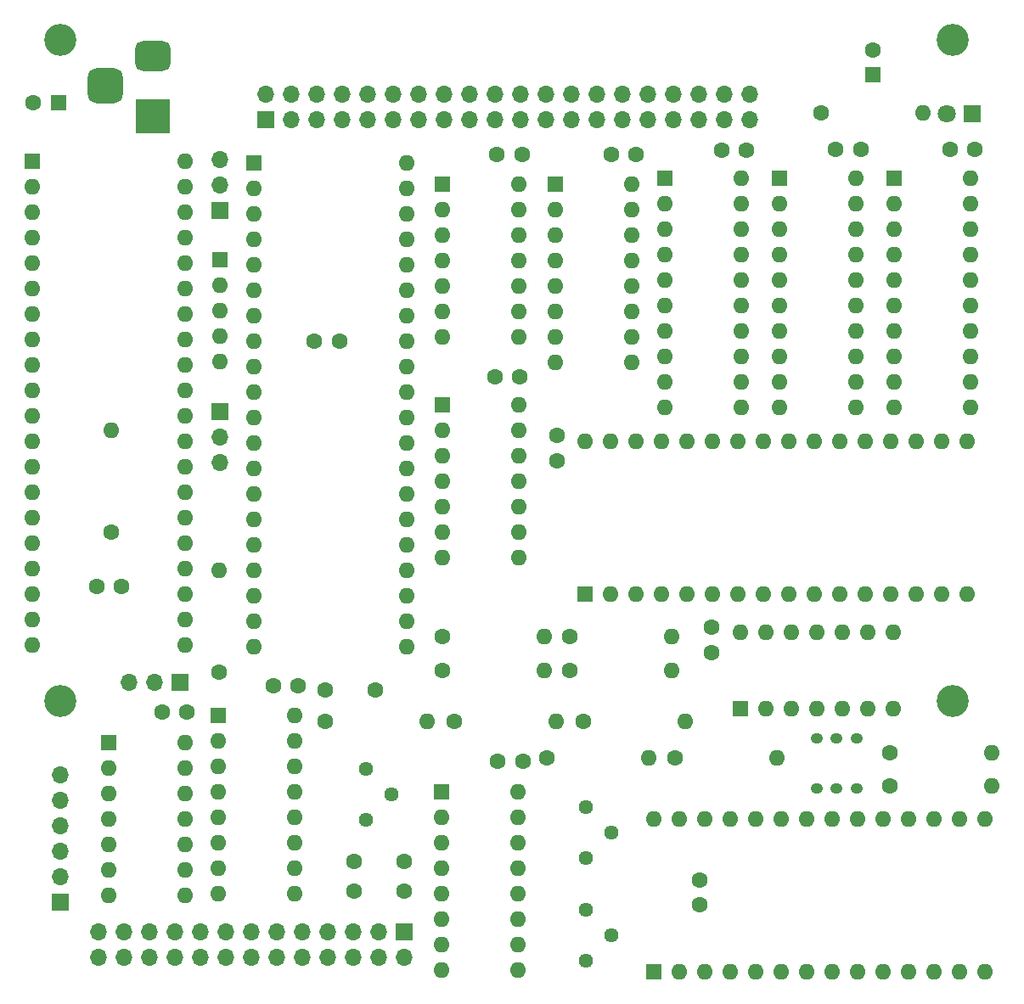
<source format=gts>
G04 #@! TF.GenerationSoftware,KiCad,Pcbnew,9.0.0*
G04 #@! TF.CreationDate,2025-04-04T21:25:27+09:00*
G04 #@! TF.ProjectId,K68-CPUB,4b36382d-4350-4554-922e-6b696361645f,rev?*
G04 #@! TF.SameCoordinates,PX5f5e100PY8f0d180*
G04 #@! TF.FileFunction,Soldermask,Top*
G04 #@! TF.FilePolarity,Negative*
%FSLAX46Y46*%
G04 Gerber Fmt 4.6, Leading zero omitted, Abs format (unit mm)*
G04 Created by KiCad (PCBNEW 9.0.0) date 2025-04-04 21:25:27*
%MOMM*%
%LPD*%
G01*
G04 APERTURE LIST*
G04 Aperture macros list*
%AMRoundRect*
0 Rectangle with rounded corners*
0 $1 Rounding radius*
0 $2 $3 $4 $5 $6 $7 $8 $9 X,Y pos of 4 corners*
0 Add a 4 corners polygon primitive as box body*
4,1,4,$2,$3,$4,$5,$6,$7,$8,$9,$2,$3,0*
0 Add four circle primitives for the rounded corners*
1,1,$1+$1,$2,$3*
1,1,$1+$1,$4,$5*
1,1,$1+$1,$6,$7*
1,1,$1+$1,$8,$9*
0 Add four rect primitives between the rounded corners*
20,1,$1+$1,$2,$3,$4,$5,0*
20,1,$1+$1,$4,$5,$6,$7,0*
20,1,$1+$1,$6,$7,$8,$9,0*
20,1,$1+$1,$8,$9,$2,$3,0*%
G04 Aperture macros list end*
%ADD10C,1.600000*%
%ADD11R,1.600000X1.600000*%
%ADD12R,1.700000X1.700000*%
%ADD13O,1.700000X1.700000*%
%ADD14C,3.200000*%
%ADD15O,1.600000X1.600000*%
%ADD16C,1.440000*%
%ADD17O,1.200000X1.100000*%
%ADD18R,1.800000X1.800000*%
%ADD19C,1.800000*%
%ADD20R,3.500000X3.500000*%
%ADD21RoundRect,0.750000X-1.000000X0.750000X-1.000000X-0.750000X1.000000X-0.750000X1.000000X0.750000X0*%
%ADD22RoundRect,0.875000X-0.875000X0.875000X-0.875000X-0.875000X0.875000X-0.875000X0.875000X0.875000X0*%
G04 APERTURE END LIST*
D10*
X34800000Y13500000D03*
X39800000Y13500000D03*
X49100000Y23500000D03*
X51600000Y23500000D03*
X70400000Y34400000D03*
X70400000Y36900000D03*
X34800000Y10600000D03*
X39800000Y10600000D03*
X33300000Y65400000D03*
X30800000Y65400000D03*
X15600000Y28400000D03*
X18100000Y28400000D03*
X31900000Y30600000D03*
X36900000Y30600000D03*
X26700000Y31100000D03*
X29200000Y31100000D03*
X9100000Y41000000D03*
X11600000Y41000000D03*
X69200000Y9200000D03*
X69200000Y11700000D03*
D11*
X86500000Y92000000D03*
D10*
X86500000Y94500000D03*
X55000000Y53500000D03*
X55000000Y56000000D03*
D12*
X39800000Y6500000D03*
D13*
X39800000Y3960000D03*
X37260000Y6500000D03*
X37260000Y3960000D03*
X34720000Y6500000D03*
X34720000Y3960000D03*
X32180000Y6500000D03*
X32180000Y3960000D03*
X29640000Y6500000D03*
X29640000Y3960000D03*
X27100000Y6500000D03*
X27100000Y3960000D03*
X24560000Y6500000D03*
X24560000Y3960000D03*
X22020000Y6500000D03*
X22020000Y3960000D03*
X19480000Y6500000D03*
X19480000Y3960000D03*
X16940000Y6500000D03*
X16940000Y3960000D03*
X14400000Y6500000D03*
X14400000Y3960000D03*
X11860000Y6500000D03*
X11860000Y3960000D03*
X9320000Y6500000D03*
X9320000Y3960000D03*
D12*
X5500000Y9500000D03*
D13*
X5500000Y12040000D03*
X5500000Y14580000D03*
X5500000Y17120000D03*
X5500000Y19660000D03*
X5500000Y22200000D03*
D14*
X5500000Y95500000D03*
X94500000Y95500000D03*
D10*
X57600000Y27500000D03*
D15*
X67760000Y27500000D03*
D10*
X66800000Y23900000D03*
D15*
X76960000Y23900000D03*
D10*
X54000000Y23900000D03*
D15*
X64160000Y23900000D03*
D10*
X88200000Y21100000D03*
D15*
X98360000Y21100000D03*
D10*
X88200000Y24400000D03*
D15*
X98360000Y24400000D03*
D10*
X43600000Y32600000D03*
D15*
X53760000Y32600000D03*
D10*
X43600000Y36000000D03*
D15*
X53760000Y36000000D03*
D10*
X56300000Y36000000D03*
D15*
X66460000Y36000000D03*
D10*
X56300000Y32600000D03*
D15*
X66460000Y32600000D03*
D10*
X31900000Y27500000D03*
D15*
X42060000Y27500000D03*
D10*
X44800000Y27500000D03*
D15*
X54960000Y27500000D03*
D10*
X21300000Y32400000D03*
D15*
X21300000Y42560000D03*
D11*
X21400000Y73600000D03*
D15*
X21400000Y71060000D03*
X21400000Y68520000D03*
X21400000Y65980000D03*
X21400000Y63440000D03*
D16*
X57900000Y13900000D03*
X60440000Y16440000D03*
X57900000Y18980000D03*
X57900000Y3600000D03*
X60440000Y6140000D03*
X57900000Y8680000D03*
X36000000Y17700000D03*
X38540000Y20240000D03*
X36000000Y22780000D03*
D11*
X43500000Y20500000D03*
D15*
X43500000Y17960000D03*
X43500000Y15420000D03*
X43500000Y12880000D03*
X43500000Y10340000D03*
X43500000Y7800000D03*
X43500000Y5260000D03*
X43500000Y2720000D03*
X51120000Y2720000D03*
X51120000Y5260000D03*
X51120000Y7800000D03*
X51120000Y10340000D03*
X51120000Y12880000D03*
X51120000Y15420000D03*
X51120000Y17960000D03*
X51120000Y20500000D03*
D11*
X73300000Y28800000D03*
D15*
X75840000Y28800000D03*
X78380000Y28800000D03*
X80920000Y28800000D03*
X83460000Y28800000D03*
X86000000Y28800000D03*
X88540000Y28800000D03*
X88540000Y36420000D03*
X86000000Y36420000D03*
X83460000Y36420000D03*
X80920000Y36420000D03*
X78380000Y36420000D03*
X75840000Y36420000D03*
X73300000Y36420000D03*
D11*
X43600000Y59100000D03*
D15*
X43600000Y56560000D03*
X43600000Y54020000D03*
X43600000Y51480000D03*
X43600000Y48940000D03*
X43600000Y46400000D03*
X43600000Y43860000D03*
X51220000Y43860000D03*
X51220000Y46400000D03*
X51220000Y48940000D03*
X51220000Y51480000D03*
X51220000Y54020000D03*
X51220000Y56560000D03*
X51220000Y59100000D03*
D11*
X10300000Y25400000D03*
D15*
X10300000Y22860000D03*
X10300000Y20320000D03*
X10300000Y17780000D03*
X10300000Y15240000D03*
X10300000Y12700000D03*
X10300000Y10160000D03*
X17920000Y10160000D03*
X17920000Y12700000D03*
X17920000Y15240000D03*
X17920000Y17780000D03*
X17920000Y20320000D03*
X17920000Y22860000D03*
X17920000Y25400000D03*
D11*
X21200000Y28100000D03*
D15*
X21200000Y25560000D03*
X21200000Y23020000D03*
X21200000Y20480000D03*
X21200000Y17940000D03*
X21200000Y15400000D03*
X21200000Y12860000D03*
X21200000Y10320000D03*
X28820000Y10320000D03*
X28820000Y12860000D03*
X28820000Y15400000D03*
X28820000Y17940000D03*
X28820000Y20480000D03*
X28820000Y23020000D03*
X28820000Y25560000D03*
X28820000Y28100000D03*
D11*
X64700000Y2500000D03*
D15*
X67240000Y2500000D03*
X69780000Y2500000D03*
X72320000Y2500000D03*
X74860000Y2500000D03*
X77400000Y2500000D03*
X79940000Y2500000D03*
X82480000Y2500000D03*
X85020000Y2500000D03*
X87560000Y2500000D03*
X90100000Y2500000D03*
X92640000Y2500000D03*
X95180000Y2500000D03*
X97720000Y2500000D03*
X97720000Y17740000D03*
X95180000Y17740000D03*
X92640000Y17740000D03*
X90100000Y17740000D03*
X87560000Y17740000D03*
X85020000Y17740000D03*
X82480000Y17740000D03*
X79940000Y17740000D03*
X77400000Y17740000D03*
X74860000Y17740000D03*
X72320000Y17740000D03*
X69780000Y17740000D03*
X67240000Y17740000D03*
X64700000Y17740000D03*
D11*
X57800000Y40200000D03*
D15*
X60340000Y40200000D03*
X62880000Y40200000D03*
X65420000Y40200000D03*
X67960000Y40200000D03*
X70500000Y40200000D03*
X73040000Y40200000D03*
X75580000Y40200000D03*
X78120000Y40200000D03*
X80660000Y40200000D03*
X83200000Y40200000D03*
X85740000Y40200000D03*
X88280000Y40200000D03*
X90820000Y40200000D03*
X93360000Y40200000D03*
X95900000Y40200000D03*
X95900000Y55440000D03*
X93360000Y55440000D03*
X90820000Y55440000D03*
X88280000Y55440000D03*
X85740000Y55440000D03*
X83200000Y55440000D03*
X80660000Y55440000D03*
X78120000Y55440000D03*
X75580000Y55440000D03*
X73040000Y55440000D03*
X70500000Y55440000D03*
X67960000Y55440000D03*
X65420000Y55440000D03*
X62880000Y55440000D03*
X60340000Y55440000D03*
X57800000Y55440000D03*
D17*
X80900000Y25800000D03*
X82900000Y25800000D03*
X84900000Y25800000D03*
X80900000Y20800000D03*
X82900000Y20800000D03*
X84900000Y20800000D03*
D14*
X94500000Y29500000D03*
X5500000Y29500000D03*
D11*
X24800000Y83200000D03*
D15*
X24800000Y80660000D03*
X24800000Y78120000D03*
X24800000Y75580000D03*
X24800000Y73040000D03*
X24800000Y70500000D03*
X24800000Y67960000D03*
X24800000Y65420000D03*
X24800000Y62880000D03*
X24800000Y60340000D03*
X24800000Y57800000D03*
X24800000Y55260000D03*
X24800000Y52720000D03*
X24800000Y50180000D03*
X24800000Y47640000D03*
X24800000Y45100000D03*
X24800000Y42560000D03*
X24800000Y40020000D03*
X24800000Y37480000D03*
X24800000Y34940000D03*
X40040000Y34940000D03*
X40040000Y37480000D03*
X40040000Y40020000D03*
X40040000Y42560000D03*
X40040000Y45100000D03*
X40040000Y47640000D03*
X40040000Y50180000D03*
X40040000Y52720000D03*
X40040000Y55260000D03*
X40040000Y57800000D03*
X40040000Y60340000D03*
X40040000Y62880000D03*
X40040000Y65420000D03*
X40040000Y67960000D03*
X40040000Y70500000D03*
X40040000Y73040000D03*
X40040000Y75580000D03*
X40040000Y78120000D03*
X40040000Y80660000D03*
X40040000Y83200000D03*
D12*
X26000000Y87500000D03*
D13*
X26000000Y90040000D03*
X28540000Y87500000D03*
X28540000Y90040000D03*
X31080000Y87500000D03*
X31080000Y90040000D03*
X33620000Y87500000D03*
X33620000Y90040000D03*
X36160000Y87500000D03*
X36160000Y90040000D03*
X38700000Y87500000D03*
X38700000Y90040000D03*
X41240000Y87500000D03*
X41240000Y90040000D03*
X43780000Y87500000D03*
X43780000Y90040000D03*
X46320000Y87500000D03*
X46320000Y90040000D03*
X48860000Y87500000D03*
X48860000Y90040000D03*
X51400000Y87500000D03*
X51400000Y90040000D03*
X53940000Y87500000D03*
X53940000Y90040000D03*
X56480000Y87500000D03*
X56480000Y90040000D03*
X59020000Y87500000D03*
X59020000Y90040000D03*
X61560000Y87500000D03*
X61560000Y90040000D03*
X64100000Y87500000D03*
X64100000Y90040000D03*
X66640000Y87500000D03*
X66640000Y90040000D03*
X69180000Y87500000D03*
X69180000Y90040000D03*
X71720000Y87500000D03*
X71720000Y90040000D03*
X74260000Y87500000D03*
X74260000Y90040000D03*
D11*
X88600000Y81700000D03*
D15*
X88600000Y79160000D03*
X88600000Y76620000D03*
X88600000Y74080000D03*
X88600000Y71540000D03*
X88600000Y69000000D03*
X88600000Y66460000D03*
X88600000Y63920000D03*
X88600000Y61380000D03*
X88600000Y58840000D03*
X96220000Y58840000D03*
X96220000Y61380000D03*
X96220000Y63920000D03*
X96220000Y66460000D03*
X96220000Y69000000D03*
X96220000Y71540000D03*
X96220000Y74080000D03*
X96220000Y76620000D03*
X96220000Y79160000D03*
X96220000Y81700000D03*
D11*
X43600000Y81100000D03*
D15*
X43600000Y78560000D03*
X43600000Y76020000D03*
X43600000Y73480000D03*
X43600000Y70940000D03*
X43600000Y68400000D03*
X43600000Y65860000D03*
X51220000Y65860000D03*
X51220000Y68400000D03*
X51220000Y70940000D03*
X51220000Y73480000D03*
X51220000Y76020000D03*
X51220000Y78560000D03*
X51220000Y81100000D03*
D11*
X54800000Y81100000D03*
D15*
X54800000Y78560000D03*
X54800000Y76020000D03*
X54800000Y73480000D03*
X54800000Y70940000D03*
X54800000Y68400000D03*
X54800000Y65860000D03*
X54800000Y63320000D03*
X62420000Y63320000D03*
X62420000Y65860000D03*
X62420000Y68400000D03*
X62420000Y70940000D03*
X62420000Y73480000D03*
X62420000Y76020000D03*
X62420000Y78560000D03*
X62420000Y81100000D03*
D11*
X65800000Y81700000D03*
D15*
X65800000Y79160000D03*
X65800000Y76620000D03*
X65800000Y74080000D03*
X65800000Y71540000D03*
X65800000Y69000000D03*
X65800000Y66460000D03*
X65800000Y63920000D03*
X65800000Y61380000D03*
X65800000Y58840000D03*
X73420000Y58840000D03*
X73420000Y61380000D03*
X73420000Y63920000D03*
X73420000Y66460000D03*
X73420000Y69000000D03*
X73420000Y71540000D03*
X73420000Y74080000D03*
X73420000Y76620000D03*
X73420000Y79160000D03*
X73420000Y81700000D03*
D10*
X49000000Y84100000D03*
X51500000Y84100000D03*
X60400000Y84100000D03*
X62900000Y84100000D03*
X71400000Y84500000D03*
X73900000Y84500000D03*
X82800000Y84600000D03*
X85300000Y84600000D03*
X94200000Y84600000D03*
X96700000Y84600000D03*
D11*
X77200000Y81700000D03*
D15*
X77200000Y79160000D03*
X77200000Y76620000D03*
X77200000Y74080000D03*
X77200000Y71540000D03*
X77200000Y69000000D03*
X77200000Y66460000D03*
X77200000Y63920000D03*
X77200000Y61380000D03*
X77200000Y58840000D03*
X84820000Y58840000D03*
X84820000Y61380000D03*
X84820000Y63920000D03*
X84820000Y66460000D03*
X84820000Y69000000D03*
X84820000Y71540000D03*
X84820000Y74080000D03*
X84820000Y76620000D03*
X84820000Y79160000D03*
X84820000Y81700000D03*
D11*
X5300000Y89200000D03*
D10*
X2800000Y89200000D03*
D18*
X96400000Y88100000D03*
D19*
X93860000Y88100000D03*
D20*
X14700000Y87900000D03*
D21*
X14700000Y93900000D03*
D22*
X10000000Y90900000D03*
D10*
X81300000Y88200000D03*
D15*
X91460000Y88200000D03*
D12*
X21400000Y78500000D03*
D13*
X21400000Y81040000D03*
X21400000Y83580000D03*
D11*
X2700000Y83400000D03*
D15*
X2700000Y80860000D03*
X2700000Y78320000D03*
X2700000Y75780000D03*
X2700000Y73240000D03*
X2700000Y70700000D03*
X2700000Y68160000D03*
X2700000Y65620000D03*
X2700000Y63080000D03*
X2700000Y60540000D03*
X2700000Y58000000D03*
X2700000Y55460000D03*
X2700000Y52920000D03*
X2700000Y50380000D03*
X2700000Y47840000D03*
X2700000Y45300000D03*
X2700000Y42760000D03*
X2700000Y40220000D03*
X2700000Y37680000D03*
X2700000Y35140000D03*
X17940000Y35140000D03*
X17940000Y37680000D03*
X17940000Y40220000D03*
X17940000Y42760000D03*
X17940000Y45300000D03*
X17940000Y47840000D03*
X17940000Y50380000D03*
X17940000Y52920000D03*
X17940000Y55460000D03*
X17940000Y58000000D03*
X17940000Y60540000D03*
X17940000Y63080000D03*
X17940000Y65620000D03*
X17940000Y68160000D03*
X17940000Y70700000D03*
X17940000Y73240000D03*
X17940000Y75780000D03*
X17940000Y78320000D03*
X17940000Y80860000D03*
X17940000Y83400000D03*
D10*
X48800000Y61900000D03*
X51300000Y61900000D03*
X10600000Y46400000D03*
D15*
X10600000Y56560000D03*
D12*
X21400000Y58400000D03*
D13*
X21400000Y55860000D03*
X21400000Y53320000D03*
D12*
X17380000Y31400000D03*
D13*
X14840000Y31400000D03*
X12300000Y31400000D03*
M02*

</source>
